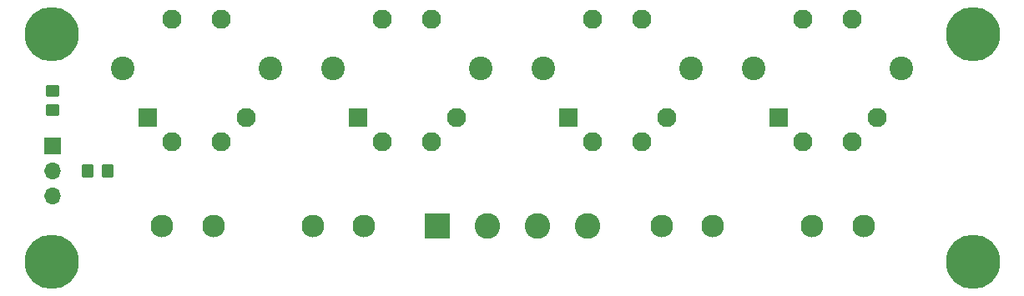
<source format=gbr>
%TF.GenerationSoftware,KiCad,Pcbnew,(6.0.5)*%
%TF.CreationDate,2022-11-10T13:27:30+10:30*%
%TF.ProjectId,1541-II PS,31353431-2d49-4492-9050-532e6b696361,rev?*%
%TF.SameCoordinates,Original*%
%TF.FileFunction,Soldermask,Top*%
%TF.FilePolarity,Negative*%
%FSLAX46Y46*%
G04 Gerber Fmt 4.6, Leading zero omitted, Abs format (unit mm)*
G04 Created by KiCad (PCBNEW (6.0.5)) date 2022-11-10 13:27:30*
%MOMM*%
%LPD*%
G01*
G04 APERTURE LIST*
G04 Aperture macros list*
%AMRoundRect*
0 Rectangle with rounded corners*
0 $1 Rounding radius*
0 $2 $3 $4 $5 $6 $7 $8 $9 X,Y pos of 4 corners*
0 Add a 4 corners polygon primitive as box body*
4,1,4,$2,$3,$4,$5,$6,$7,$8,$9,$2,$3,0*
0 Add four circle primitives for the rounded corners*
1,1,$1+$1,$2,$3*
1,1,$1+$1,$4,$5*
1,1,$1+$1,$6,$7*
1,1,$1+$1,$8,$9*
0 Add four rect primitives between the rounded corners*
20,1,$1+$1,$2,$3,$4,$5,0*
20,1,$1+$1,$4,$5,$6,$7,0*
20,1,$1+$1,$6,$7,$8,$9,0*
20,1,$1+$1,$8,$9,$2,$3,0*%
G04 Aperture macros list end*
%ADD10RoundRect,0.250000X0.450000X-0.350000X0.450000X0.350000X-0.450000X0.350000X-0.450000X-0.350000X0*%
%ADD11RoundRect,0.250000X-0.350000X-0.450000X0.350000X-0.450000X0.350000X0.450000X-0.350000X0.450000X0*%
%ADD12R,1.700000X1.700000*%
%ADD13O,1.700000X1.700000*%
%ADD14C,3.600000*%
%ADD15C,5.500000*%
%ADD16C,2.400000*%
%ADD17R,1.950000X1.950000*%
%ADD18C,1.950000*%
%ADD19R,2.600000X2.600000*%
%ADD20C,2.600000*%
%ADD21C,2.300000*%
G04 APERTURE END LIST*
D10*
%TO.C,R2*%
X50165000Y-62214000D03*
X50165000Y-60214000D03*
%TD*%
D11*
%TO.C,R1*%
X53737000Y-68326000D03*
X55737000Y-68326000D03*
%TD*%
D12*
%TO.C,J6*%
X50165000Y-65786000D03*
D13*
X50165000Y-68326000D03*
X50165000Y-70866000D03*
%TD*%
D14*
%TO.C,REF\u002A\u002A*%
X143510000Y-54483000D03*
D15*
X143510000Y-54483000D03*
%TD*%
D16*
%TO.C,J1*%
X72270000Y-57912000D03*
X57270000Y-57912000D03*
D17*
X59770000Y-62912000D03*
D18*
X62270000Y-65412000D03*
X67270000Y-65412000D03*
X69770000Y-62912000D03*
X67270000Y-52912000D03*
X62270000Y-52912000D03*
%TD*%
D19*
%TO.C,J5*%
X89154000Y-73965000D03*
D20*
X94234000Y-73965000D03*
X99314000Y-73965000D03*
X104394000Y-73965000D03*
%TD*%
D21*
%TO.C,F1*%
X61251000Y-73914000D03*
X66451000Y-73914000D03*
X81751000Y-73914000D03*
X76551000Y-73914000D03*
%TD*%
%TO.C,F2*%
X111924000Y-73914000D03*
X117124000Y-73914000D03*
X132424000Y-73914000D03*
X127224000Y-73914000D03*
%TD*%
D14*
%TO.C,REF\u002A\u002A*%
X50038000Y-54483000D03*
D15*
X50038000Y-54483000D03*
%TD*%
%TO.C,REF\u002A\u002A*%
X143510000Y-77597000D03*
D14*
X143510000Y-77597000D03*
%TD*%
D15*
%TO.C,REF\u002A\u002A*%
X50038000Y-77597000D03*
D14*
X50038000Y-77597000D03*
%TD*%
D16*
%TO.C,J3*%
X99942000Y-57912000D03*
X114942000Y-57912000D03*
D17*
X102442000Y-62912000D03*
D18*
X104942000Y-65412000D03*
X109942000Y-65412000D03*
X112442000Y-62912000D03*
X109942000Y-52912000D03*
X104942000Y-52912000D03*
%TD*%
D16*
%TO.C,J2*%
X93606000Y-57912000D03*
X78606000Y-57912000D03*
D17*
X81106000Y-62912000D03*
D18*
X83606000Y-65412000D03*
X88606000Y-65412000D03*
X91106000Y-62912000D03*
X88606000Y-52912000D03*
X83606000Y-52912000D03*
%TD*%
D16*
%TO.C,J4*%
X121278000Y-57912000D03*
X136278000Y-57912000D03*
D17*
X123778000Y-62912000D03*
D18*
X126278000Y-65412000D03*
X131278000Y-65412000D03*
X133778000Y-62912000D03*
X131278000Y-52912000D03*
X126278000Y-52912000D03*
%TD*%
M02*

</source>
